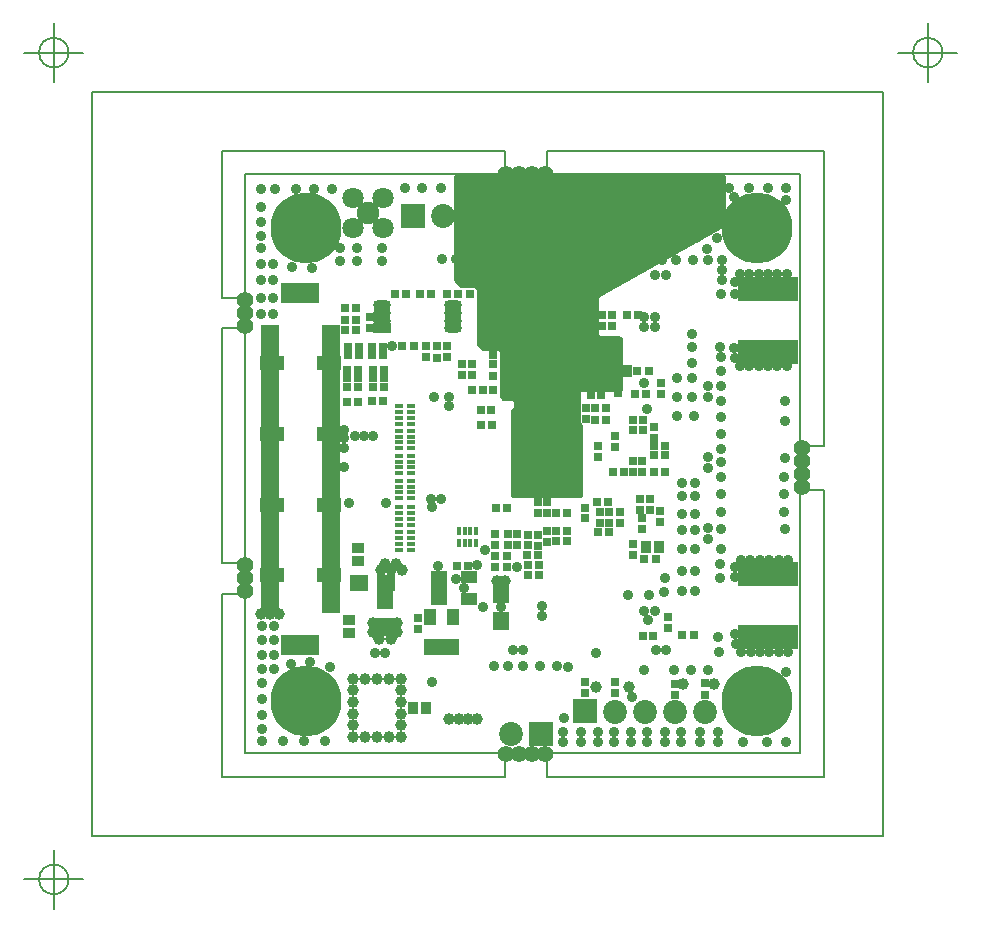
<source format=gbs>
G04 (created by PCBNEW-RS274X (2012-08-04 BZR 3667)-testing) date 10/19/2012 6:39:08 PM*
%MOIN*%
G04 Gerber Fmt 3.4, Leading zero omitted, Abs format*
%FSLAX34Y34*%
G01*
G70*
G90*
G04 APERTURE LIST*
%ADD10C,0.0017*%
%ADD11C,0.0059*%
%ADD12C,0.0077*%
%ADD13R,0.0632X0.0317*%
%ADD14R,0.0789X0.0475*%
%ADD15R,0.1298X0.0707*%
%ADD16R,0.0633X0.0318*%
%ADD17C,0.0395*%
%ADD18C,0.0357*%
%ADD19C,0.0554*%
%ADD20R,0.055X0.0588*%
%ADD21R,0.0253X0.0273*%
%ADD22R,0.0273X0.0253*%
%ADD23R,0.0392X0.0353*%
%ADD24R,0.0353X0.0392*%
%ADD25R,0.0273X0.0273*%
%ADD26R,0.0588X0.055*%
%ADD27C,0.2365*%
%ADD28R,0.2049X0.0789*%
%ADD29C,0.071*%
%ADD30C,0.075*%
%ADD31C,0.0797*%
%ADD32C,0.0675*%
%ADD33R,0.0797X0.0797*%
%ADD34R,0.0543X0.0425*%
%ADD35R,0.0425X0.0543*%
%ADD36R,0.0594X0.0338*%
%ADD37O,0.0594X0.0338*%
%ADD38O,0.0594X0.0337*%
%ADD39O,0.0273X0.0155*%
%ADD40R,0.0273X0.0155*%
%ADD41O,0.0155X0.0273*%
%ADD42R,0.0155X0.0273*%
%ADD43C,0.01*%
G04 APERTURE END LIST*
G54D10*
G54D11*
X41831Y-53937D02*
G75*
G03X41831Y-53937I-492J0D01*
G74*
G01*
X40355Y-53937D02*
X42323Y-53937D01*
X41339Y-52953D02*
X41339Y-54921D01*
X70964Y-26378D02*
G75*
G03X70964Y-26378I-492J0D01*
G74*
G01*
X69488Y-26378D02*
X71456Y-26378D01*
X70472Y-25394D02*
X70472Y-27362D01*
X41831Y-26378D02*
G75*
G03X41831Y-26378I-492J0D01*
G74*
G01*
X40355Y-26378D02*
X42323Y-26378D01*
X41339Y-25394D02*
X41339Y-27362D01*
G54D12*
X42606Y-52483D02*
X42606Y-27680D01*
X68983Y-52483D02*
X42606Y-52483D01*
X68983Y-27680D02*
X68983Y-52483D01*
X42606Y-27680D02*
X68983Y-27680D01*
X66228Y-30437D02*
X66228Y-39492D01*
X57764Y-30437D02*
X66228Y-30437D01*
X57764Y-29650D02*
X57764Y-30437D01*
X67016Y-29650D02*
X57764Y-29650D01*
X67016Y-39492D02*
X67016Y-29650D01*
X66228Y-39492D02*
X67016Y-39492D01*
X57764Y-50515D02*
X57764Y-49728D01*
X67016Y-50515D02*
X57764Y-50515D01*
X67016Y-40948D02*
X67016Y-50515D01*
X66228Y-40948D02*
X67016Y-40948D01*
X66228Y-49728D02*
X66228Y-40948D01*
X57764Y-49728D02*
X66228Y-49728D01*
X46936Y-50515D02*
X46936Y-44413D01*
X56386Y-50515D02*
X46936Y-50515D01*
X56386Y-49728D02*
X56386Y-50515D01*
X47724Y-49728D02*
X56386Y-49728D01*
X47724Y-44413D02*
X47724Y-49728D01*
X46936Y-44413D02*
X47724Y-44413D01*
X46936Y-43390D02*
X46936Y-35555D01*
X47724Y-43390D02*
X46936Y-43390D01*
X47724Y-35555D02*
X47724Y-43390D01*
X46936Y-35555D02*
X47724Y-35555D01*
X47724Y-30437D02*
X47724Y-34570D01*
X46936Y-34570D02*
X47724Y-34570D01*
X46936Y-29648D02*
X46936Y-34570D01*
X46936Y-29648D02*
X56384Y-29648D01*
X56384Y-29648D02*
X56384Y-30437D01*
X47724Y-30437D02*
X56384Y-30437D01*
G54D13*
X48532Y-35636D03*
X48532Y-35832D03*
X48532Y-36029D03*
X48532Y-36226D03*
X48532Y-36422D03*
X50576Y-36422D03*
X50576Y-36226D03*
X50578Y-36029D03*
X50578Y-35832D03*
X50578Y-35636D03*
X48534Y-37009D03*
X48534Y-37207D03*
X48534Y-37404D03*
X48534Y-37599D03*
X48534Y-37797D03*
X48534Y-37994D03*
X48534Y-38189D03*
X48534Y-38387D03*
X48534Y-38586D03*
X48534Y-38782D03*
X50578Y-38782D03*
X50581Y-38584D03*
X50581Y-38387D03*
X50578Y-38189D03*
X50578Y-37994D03*
X50581Y-37796D03*
X50581Y-37599D03*
X50581Y-37402D03*
X50581Y-37206D03*
X50581Y-37009D03*
X50581Y-39371D03*
X50581Y-39567D03*
X50581Y-39764D03*
X50581Y-39961D03*
X50581Y-40157D03*
X50579Y-40356D03*
X50579Y-40551D03*
X50581Y-40749D03*
X50581Y-40946D03*
X50579Y-41144D03*
X48534Y-41144D03*
X48534Y-40947D03*
X48534Y-40749D03*
X48534Y-40551D03*
X48534Y-40356D03*
X48534Y-40159D03*
X48534Y-39961D03*
X48534Y-39766D03*
X48534Y-39569D03*
X48534Y-39371D03*
X48530Y-41736D03*
X48530Y-41934D03*
X48530Y-42131D03*
X48530Y-42327D03*
X48530Y-42524D03*
X48530Y-42721D03*
X48530Y-42917D03*
X48530Y-43114D03*
X48530Y-43312D03*
X48530Y-43509D03*
X50578Y-44099D03*
X50578Y-44296D03*
X50578Y-44492D03*
X50576Y-44689D03*
X50576Y-44886D03*
G54D14*
X50498Y-39079D03*
X48610Y-39079D03*
X48610Y-41441D03*
X50498Y-41441D03*
X48610Y-36716D03*
X50498Y-36716D03*
X50498Y-43804D03*
G54D15*
X49554Y-34374D03*
X49554Y-46140D03*
G54D14*
X48610Y-43804D03*
G54D13*
X48532Y-44886D03*
G54D16*
X48531Y-44689D03*
G54D13*
X48532Y-44492D03*
X48532Y-44296D03*
X48532Y-44099D03*
X50576Y-43509D03*
X50577Y-43311D03*
X50577Y-43114D03*
X50576Y-42917D03*
X50576Y-42721D03*
X50577Y-42523D03*
X50577Y-42327D03*
X50577Y-42130D03*
X50577Y-41933D03*
X50577Y-41736D03*
G54D17*
X56102Y-43975D03*
G54D18*
X61013Y-44997D03*
X61363Y-45005D03*
X61158Y-45292D03*
X61386Y-35540D03*
X61024Y-35536D03*
X61024Y-35198D03*
X61394Y-35193D03*
X56791Y-43535D03*
X63583Y-34409D03*
G54D19*
X47725Y-34630D03*
X47725Y-35063D03*
X47725Y-35496D03*
X47725Y-44335D03*
X47725Y-43902D03*
X47725Y-43469D03*
X66268Y-39571D03*
X66268Y-40004D03*
X66268Y-40437D03*
X66268Y-40870D03*
G54D18*
X58299Y-40354D03*
X58299Y-39921D03*
X58082Y-40138D03*
X58515Y-40138D03*
X61129Y-38252D03*
X61011Y-37386D03*
X63553Y-36201D03*
X63571Y-36520D03*
X63571Y-36993D03*
X52273Y-32898D03*
X52272Y-33331D03*
X51445Y-33331D03*
X51446Y-32898D03*
X59398Y-33803D03*
X59005Y-33804D03*
X61367Y-33804D03*
X61760Y-33803D03*
X64005Y-31204D03*
X65736Y-31283D03*
X53610Y-30890D03*
X53059Y-30890D03*
X59791Y-30889D03*
X59201Y-30889D03*
X58571Y-30889D03*
X57901Y-30889D03*
X57311Y-30890D03*
X54240Y-30890D03*
X54831Y-30890D03*
X55461Y-30890D03*
X56130Y-30890D03*
X56721Y-30890D03*
X62783Y-30889D03*
X62193Y-30889D03*
X61563Y-30889D03*
X60893Y-30889D03*
X60382Y-30890D03*
X63335Y-30890D03*
X63846Y-30889D03*
X64516Y-30889D03*
X65146Y-30889D03*
X65736Y-30889D03*
X63127Y-32925D03*
X63138Y-33292D03*
X63600Y-33280D03*
X62655Y-33280D03*
X63453Y-32544D03*
X61484Y-32544D03*
X62065Y-32532D03*
X60894Y-32544D03*
X62744Y-32544D03*
X60658Y-33292D03*
X61120Y-33280D03*
X62065Y-33280D03*
X61603Y-33292D03*
X59752Y-33292D03*
X60214Y-33280D03*
X55953Y-33291D03*
X55312Y-33271D03*
X60343Y-32544D03*
X59269Y-33280D03*
X56465Y-33291D03*
X56965Y-33280D03*
X54289Y-33271D03*
X54762Y-33271D03*
X58807Y-33292D03*
X57410Y-33291D03*
X50618Y-30929D03*
X50895Y-32898D03*
X50894Y-33331D03*
X49281Y-33527D03*
X50028Y-30929D03*
X49950Y-33567D03*
X49398Y-30929D03*
X48728Y-30929D03*
X48256Y-35103D03*
X48650Y-35102D03*
X48650Y-34552D03*
X48256Y-34552D03*
X48256Y-33410D03*
X48650Y-33410D03*
X48650Y-33961D03*
X48256Y-33961D03*
X48255Y-32898D03*
X48255Y-32504D03*
X48255Y-32032D03*
X48255Y-31520D03*
X48256Y-30929D03*
X52627Y-36166D03*
X51995Y-39173D03*
X51680Y-39173D03*
X51365Y-39173D03*
X51010Y-39212D03*
X51004Y-38953D03*
X51012Y-39551D03*
X51012Y-40181D03*
X55718Y-42968D03*
X55450Y-43472D03*
X54248Y-41252D03*
X53937Y-41520D03*
X53925Y-41248D03*
X52413Y-41387D03*
X51196Y-41394D03*
X63602Y-33632D03*
X63612Y-33967D03*
X64016Y-36220D03*
X64043Y-36559D03*
X64035Y-34409D03*
X64043Y-34039D03*
X65462Y-33764D03*
X65776Y-33764D03*
X65146Y-33764D03*
X64832Y-33764D03*
X64202Y-33764D03*
X64516Y-33764D03*
X64516Y-36835D03*
X64202Y-36835D03*
X64832Y-36835D03*
X65146Y-36835D03*
X65776Y-36835D03*
X65462Y-36835D03*
X65697Y-42268D03*
X65696Y-41677D03*
X65696Y-41087D03*
X65696Y-40535D03*
X65697Y-37977D03*
X65697Y-38646D03*
X65697Y-39906D03*
X63570Y-40024D03*
X63570Y-39591D03*
X63571Y-39079D03*
X63571Y-38528D03*
X63571Y-37977D03*
X63570Y-42937D03*
X63570Y-40535D03*
X63570Y-41087D03*
X63570Y-41677D03*
X63571Y-42268D03*
X63137Y-42584D03*
X63138Y-42230D03*
X63138Y-39867D03*
X63137Y-40221D03*
X63136Y-37859D03*
X63137Y-37505D03*
X62626Y-36717D03*
X62626Y-36205D03*
X62626Y-35772D03*
X62626Y-37229D03*
X62626Y-37858D03*
X63571Y-37504D03*
X62114Y-38488D03*
X62665Y-38488D03*
X62114Y-37858D03*
X62114Y-37229D03*
X61169Y-44473D03*
X61721Y-43882D03*
X61681Y-44355D03*
X62274Y-40728D03*
X62271Y-41166D03*
X62271Y-41756D03*
X62271Y-42307D03*
X62271Y-44315D03*
X62272Y-43646D03*
X62271Y-42937D03*
X62704Y-42307D03*
X62704Y-41756D03*
X62704Y-41166D03*
X62697Y-40728D03*
X62704Y-42937D03*
X62705Y-43646D03*
X62704Y-44315D03*
X58732Y-40354D03*
X57866Y-40354D03*
X57433Y-40354D03*
X57000Y-40354D03*
X56783Y-40571D03*
X57216Y-40571D03*
X57653Y-40571D03*
X58082Y-40571D03*
X58515Y-40571D03*
X58515Y-41004D03*
X58082Y-41004D03*
X57653Y-41004D03*
X57216Y-41004D03*
X56783Y-41004D03*
X57000Y-40787D03*
X57433Y-40787D03*
X58299Y-40787D03*
X57866Y-40787D03*
X58732Y-40787D03*
X58732Y-39921D03*
X57866Y-39921D03*
X57433Y-39921D03*
X57000Y-39921D03*
X56783Y-40138D03*
X57216Y-40138D03*
X57653Y-40138D03*
X58515Y-39705D03*
X58082Y-39705D03*
X57653Y-39705D03*
X57216Y-39705D03*
X56783Y-39705D03*
X57000Y-39488D03*
X57433Y-39488D03*
X58299Y-39488D03*
X57866Y-39488D03*
X58732Y-39488D03*
X58732Y-39055D03*
X57866Y-39055D03*
X58299Y-39055D03*
X57433Y-39055D03*
X57000Y-39055D03*
X56783Y-39272D03*
X57216Y-39272D03*
X57653Y-39272D03*
X58082Y-39272D03*
X58515Y-39272D03*
X64055Y-43533D03*
X64045Y-43858D03*
X64555Y-43282D03*
X64241Y-43282D03*
X64871Y-43282D03*
X65185Y-43282D03*
X65815Y-43282D03*
X65501Y-43282D03*
X65510Y-46353D03*
X65824Y-46353D03*
X65194Y-46353D03*
X64880Y-46353D03*
X64065Y-46083D03*
X64035Y-45758D03*
X63514Y-46358D03*
X64250Y-46353D03*
X64564Y-46353D03*
X63553Y-43435D03*
X63553Y-43907D03*
X63494Y-45856D03*
X60472Y-44461D03*
X57598Y-45152D03*
X57598Y-44837D03*
X56249Y-44866D03*
X55658Y-44866D03*
X54516Y-38173D03*
X54516Y-37858D03*
X54005Y-37858D03*
X55028Y-44236D03*
X54162Y-43488D03*
X54756Y-43909D03*
X65736Y-47032D03*
X64319Y-49355D03*
X65736Y-49355D03*
X65106Y-49355D03*
X60622Y-47855D03*
X62889Y-49028D03*
X62889Y-49343D03*
X63480Y-49343D03*
X63480Y-49028D03*
X60566Y-49028D03*
X60566Y-49343D03*
X61118Y-49343D03*
X61118Y-49028D03*
X62260Y-49028D03*
X62260Y-49343D03*
X61709Y-49343D03*
X61709Y-49028D03*
X59465Y-49028D03*
X59465Y-49343D03*
X60016Y-49343D03*
X60016Y-49028D03*
X58914Y-49028D03*
X58914Y-49343D03*
X58323Y-49343D03*
X58323Y-49028D03*
X58335Y-48567D03*
X63138Y-46953D03*
X62587Y-46953D03*
X61012Y-46941D03*
X62004Y-46957D03*
X58465Y-46850D03*
X58099Y-46835D03*
X57547Y-46835D03*
X56996Y-46835D03*
X56484Y-46835D03*
X56012Y-46835D03*
X53932Y-47357D03*
X59417Y-46406D03*
X61760Y-46284D03*
X61406Y-46284D03*
X56642Y-46284D03*
X56996Y-46284D03*
X52378Y-46382D03*
X52031Y-46382D03*
X50539Y-46873D03*
X49870Y-46676D03*
X49240Y-46755D03*
X48295Y-45968D03*
X48689Y-45968D03*
X48689Y-45496D03*
X48295Y-45496D03*
X48295Y-46441D03*
X48689Y-46441D03*
X48689Y-46913D03*
X48295Y-46913D03*
X48295Y-47386D03*
X48295Y-47937D03*
X48295Y-48449D03*
X48295Y-48921D03*
X48295Y-49315D03*
X48965Y-49315D03*
X49673Y-49315D03*
X50382Y-49315D03*
G54D17*
X48861Y-45087D03*
X48546Y-45087D03*
X48231Y-45087D03*
X52389Y-43424D03*
X52744Y-43424D03*
X52941Y-43620D03*
X52586Y-43621D03*
X52782Y-45375D03*
X52782Y-45690D03*
X52584Y-45927D03*
X52190Y-45927D03*
X51994Y-45690D03*
X51994Y-45375D03*
G54D20*
X52390Y-44611D03*
X52390Y-45515D03*
X56248Y-44414D03*
X56248Y-45318D03*
G54D21*
X53906Y-34410D03*
X53536Y-34410D03*
X51512Y-36189D03*
X51142Y-36189D03*
X62295Y-45787D03*
X62665Y-45787D03*
X53331Y-36146D03*
X52961Y-36146D03*
G54D22*
X51886Y-35189D03*
X51886Y-35559D03*
G54D21*
X51402Y-35638D03*
X51032Y-35638D03*
X51488Y-38008D03*
X51118Y-38008D03*
G54D22*
X53740Y-36166D03*
X53740Y-36536D03*
G54D21*
X51512Y-36461D03*
X51142Y-36461D03*
X51476Y-37232D03*
X51106Y-37232D03*
X51969Y-37240D03*
X52339Y-37240D03*
X51941Y-36197D03*
X52311Y-36197D03*
G54D22*
X54110Y-36543D03*
X54110Y-36173D03*
G54D21*
X51945Y-37992D03*
X52315Y-37992D03*
X53079Y-34410D03*
X52709Y-34410D03*
G54D22*
X54457Y-36146D03*
X54457Y-36516D03*
G54D21*
X51480Y-37508D03*
X51110Y-37508D03*
X54453Y-34433D03*
X54823Y-34433D03*
G54D22*
X59606Y-35130D03*
X59606Y-35500D03*
X59961Y-35130D03*
X59961Y-35500D03*
X59039Y-47713D03*
X59039Y-47343D03*
X60047Y-47721D03*
X60047Y-47351D03*
X62036Y-47807D03*
X62036Y-47437D03*
X63051Y-47776D03*
X63051Y-47406D03*
X56484Y-42792D03*
X56484Y-42422D03*
G54D21*
X58087Y-42642D03*
X58457Y-42642D03*
X55658Y-37614D03*
X55288Y-37614D03*
G54D22*
X55284Y-36764D03*
X55284Y-37134D03*
G54D21*
X59382Y-38228D03*
X59752Y-38228D03*
X59488Y-42347D03*
X59858Y-42347D03*
X59831Y-42044D03*
X60201Y-42044D03*
X61713Y-39500D03*
X61343Y-39500D03*
X59382Y-38610D03*
X59752Y-38610D03*
G54D22*
X60638Y-39984D03*
X60638Y-40354D03*
G54D21*
X59969Y-40355D03*
X60339Y-40355D03*
X61358Y-40351D03*
X61728Y-40351D03*
G54D22*
X61551Y-41642D03*
X61551Y-42012D03*
X56764Y-42421D03*
X56764Y-42791D03*
G54D21*
X60697Y-37768D03*
X61067Y-37768D03*
X51965Y-36953D03*
X52335Y-36953D03*
G54D22*
X60646Y-42760D03*
X60646Y-43130D03*
G54D21*
X61398Y-43256D03*
X61028Y-43256D03*
X60795Y-36981D03*
X61165Y-36981D03*
G54D22*
X61571Y-37756D03*
X61571Y-37386D03*
X57768Y-42685D03*
X57768Y-42315D03*
G54D21*
X61721Y-39799D03*
X61351Y-39799D03*
X55941Y-38776D03*
X55571Y-38776D03*
G54D22*
X56051Y-43146D03*
X56051Y-43516D03*
G54D21*
X51410Y-34890D03*
X51040Y-34890D03*
X51040Y-35280D03*
X51410Y-35280D03*
X52339Y-37512D03*
X51969Y-37512D03*
X51476Y-36957D03*
X51106Y-36957D03*
X51941Y-36469D03*
X52311Y-36469D03*
X57484Y-43122D03*
X57114Y-43122D03*
G54D22*
X57465Y-42449D03*
X57465Y-42819D03*
G54D23*
X51473Y-43325D03*
X51473Y-42895D03*
G54D24*
X60440Y-36984D03*
X60010Y-36984D03*
X53309Y-48228D03*
X53739Y-48228D03*
X61073Y-42847D03*
X61503Y-42847D03*
G54D23*
X51169Y-45305D03*
X51169Y-45735D03*
G54D25*
X61228Y-41626D03*
X61228Y-41272D03*
X60949Y-40346D03*
X60949Y-39992D03*
X60878Y-41626D03*
X60878Y-41272D03*
X60634Y-38634D03*
X60988Y-38634D03*
X56437Y-41545D03*
X56083Y-41545D03*
X60634Y-38945D03*
X60988Y-38945D03*
X56047Y-42426D03*
X56047Y-42780D03*
X55130Y-43477D03*
X54776Y-43477D03*
X57500Y-43783D03*
X57146Y-43783D03*
X55981Y-37610D03*
X56335Y-37610D03*
X57500Y-43453D03*
X57146Y-43453D03*
X57150Y-42445D03*
X57150Y-42799D03*
X55209Y-34425D03*
X55563Y-34425D03*
X60445Y-35130D03*
X60799Y-35130D03*
X61827Y-45543D03*
X61827Y-45189D03*
X61319Y-45811D03*
X60965Y-45811D03*
X59539Y-42047D03*
X59539Y-41693D03*
X54949Y-37126D03*
X54949Y-36772D03*
X57768Y-41721D03*
X57768Y-41367D03*
X57484Y-41717D03*
X57484Y-41363D03*
X59476Y-39843D03*
X59476Y-39489D03*
X55929Y-38299D03*
X55575Y-38299D03*
X56437Y-43166D03*
X56437Y-43520D03*
X59067Y-38217D03*
X58713Y-38217D03*
X59075Y-38595D03*
X58721Y-38595D03*
X61343Y-39209D03*
X61343Y-38855D03*
X60039Y-39169D03*
X60039Y-39523D03*
X59035Y-41899D03*
X59035Y-41545D03*
X60162Y-37732D03*
X60162Y-37378D03*
X60205Y-41685D03*
X59851Y-41685D03*
X60941Y-41890D03*
X60941Y-42244D03*
X55981Y-37169D03*
X56335Y-37169D03*
X55977Y-36756D03*
X56331Y-36756D03*
X55988Y-36453D03*
X56342Y-36453D03*
X59236Y-37780D03*
X59236Y-37426D03*
X59579Y-37780D03*
X59579Y-37426D03*
X58087Y-42339D03*
X58441Y-42339D03*
X58079Y-41717D03*
X58433Y-41717D03*
X53469Y-45225D03*
X53469Y-45579D03*
X59445Y-41343D03*
X59799Y-41343D03*
G54D26*
X52409Y-44044D03*
X51505Y-44044D03*
G54D27*
X49752Y-32228D03*
X64791Y-32228D03*
X64791Y-47975D03*
X49752Y-47975D03*
G54D17*
X56378Y-43975D03*
X52232Y-43621D03*
X52112Y-49195D03*
X51720Y-49197D03*
X52507Y-49197D03*
X51325Y-49197D03*
X52902Y-49197D03*
X51325Y-48802D03*
X51325Y-48410D03*
X51325Y-48015D03*
X51325Y-47622D03*
X51325Y-47267D03*
X51720Y-47267D03*
X52114Y-47267D03*
X52507Y-47267D03*
X52900Y-47267D03*
X52900Y-47622D03*
X52900Y-48015D03*
X52900Y-48410D03*
X52900Y-48802D03*
G54D19*
X56426Y-49768D03*
X56859Y-49768D03*
X57292Y-49768D03*
X57726Y-49768D03*
X56425Y-30437D03*
X56858Y-30437D03*
X57291Y-30437D03*
X57725Y-30437D03*
G54D17*
X54516Y-48607D03*
X54831Y-48607D03*
X55146Y-48607D03*
X55461Y-48607D03*
X59419Y-47520D03*
X60512Y-47510D03*
X62312Y-47426D03*
X63336Y-47426D03*
G54D28*
X65161Y-45867D03*
X65161Y-43763D03*
X65145Y-36350D03*
X65145Y-34246D03*
G54D29*
X51299Y-32217D03*
X52299Y-32217D03*
X52299Y-31217D03*
X51299Y-31217D03*
G54D30*
X51799Y-31717D03*
G54D31*
X58307Y-31834D03*
X57307Y-31834D03*
G54D32*
X56307Y-31834D03*
G54D31*
X55307Y-31834D03*
G54D33*
X53307Y-31814D03*
G54D31*
X54307Y-31834D03*
G54D33*
X57576Y-49079D03*
G54D31*
X56576Y-49079D03*
G54D34*
X54184Y-44603D03*
X54184Y-43853D03*
X55184Y-44603D03*
X54184Y-44228D03*
X55184Y-43853D03*
G54D35*
X54646Y-46200D03*
X53896Y-46200D03*
X54646Y-45200D03*
X54271Y-46200D03*
X53896Y-45200D03*
G54D36*
X52291Y-35567D03*
G54D37*
X52291Y-35311D03*
X52291Y-35055D03*
X52291Y-34799D03*
G54D38*
X54654Y-35567D03*
G54D37*
X54654Y-35311D03*
X54654Y-35055D03*
X54654Y-34799D03*
G54D31*
X63314Y-31834D03*
X62314Y-31834D03*
X61314Y-31834D03*
G54D33*
X59314Y-31814D03*
G54D31*
X60314Y-31834D03*
X63043Y-48350D03*
X62043Y-48350D03*
X61043Y-48350D03*
G54D33*
X59043Y-48330D03*
G54D31*
X60043Y-48350D03*
G54D39*
X53256Y-38752D03*
X53256Y-38555D03*
X53256Y-38162D03*
X52862Y-38162D03*
G54D40*
X52862Y-38752D03*
G54D39*
X53256Y-38359D03*
X52862Y-38359D03*
X52862Y-38555D03*
X53256Y-39567D03*
X53256Y-39370D03*
X53256Y-38977D03*
X52862Y-38977D03*
G54D40*
X52862Y-39567D03*
G54D39*
X53256Y-39174D03*
X52862Y-39174D03*
X52862Y-39370D03*
X53256Y-40402D03*
X53256Y-40205D03*
X53256Y-39812D03*
X52862Y-39812D03*
G54D40*
X52862Y-40402D03*
G54D39*
X53256Y-40009D03*
X52862Y-40009D03*
X52862Y-40205D03*
X53256Y-41236D03*
X53256Y-41039D03*
X53256Y-40646D03*
X52862Y-40646D03*
G54D40*
X52862Y-41236D03*
G54D39*
X53256Y-40843D03*
X52862Y-40843D03*
X52862Y-41039D03*
X53256Y-42122D03*
X53256Y-41925D03*
X53256Y-41532D03*
X52862Y-41532D03*
G54D40*
X52862Y-42122D03*
G54D39*
X53256Y-41729D03*
X52862Y-41729D03*
X52862Y-41925D03*
X53256Y-42941D03*
X53256Y-42744D03*
X53256Y-42351D03*
X52862Y-42351D03*
G54D40*
X52862Y-42941D03*
G54D39*
X53256Y-42548D03*
X52862Y-42548D03*
X52862Y-42744D03*
G54D41*
X55425Y-42319D03*
X55228Y-42319D03*
X54835Y-42319D03*
X54835Y-42713D03*
G54D42*
X55425Y-42713D03*
G54D41*
X55032Y-42319D03*
X55032Y-42713D03*
X55228Y-42713D03*
G54D10*
G36*
X63673Y-32114D02*
X59567Y-34410D01*
X59437Y-34540D01*
X59445Y-35764D01*
X59520Y-35847D01*
X60154Y-35847D01*
X60248Y-35906D01*
X60248Y-37610D01*
X58862Y-37610D01*
X58862Y-38740D01*
X58898Y-38780D01*
X58898Y-41142D01*
X56614Y-41142D01*
X56614Y-38276D01*
X56634Y-38276D01*
X56709Y-38201D01*
X56709Y-37977D01*
X56646Y-37914D01*
X56327Y-37914D01*
X56232Y-37815D01*
X56232Y-36319D01*
X56185Y-36272D01*
X55630Y-36272D01*
X55492Y-36134D01*
X55488Y-34272D01*
X55374Y-34154D01*
X54929Y-34154D01*
X54721Y-33945D01*
X54728Y-30504D01*
X63673Y-30504D01*
X63673Y-32114D01*
X63673Y-32114D01*
G37*
G54D43*
X63673Y-32114D02*
X59567Y-34410D01*
X59437Y-34540D01*
X59445Y-35764D01*
X59520Y-35847D01*
X60154Y-35847D01*
X60248Y-35906D01*
X60248Y-37610D01*
X58862Y-37610D01*
X58862Y-38740D01*
X58898Y-38780D01*
X58898Y-41142D01*
X56614Y-41142D01*
X56614Y-38276D01*
X56634Y-38276D01*
X56709Y-38201D01*
X56709Y-37977D01*
X56646Y-37914D01*
X56327Y-37914D01*
X56232Y-37815D01*
X56232Y-36319D01*
X56185Y-36272D01*
X55630Y-36272D01*
X55492Y-36134D01*
X55488Y-34272D01*
X55374Y-34154D01*
X54929Y-34154D01*
X54721Y-33945D01*
X54728Y-30504D01*
X63673Y-30504D01*
X63673Y-32114D01*
M02*

</source>
